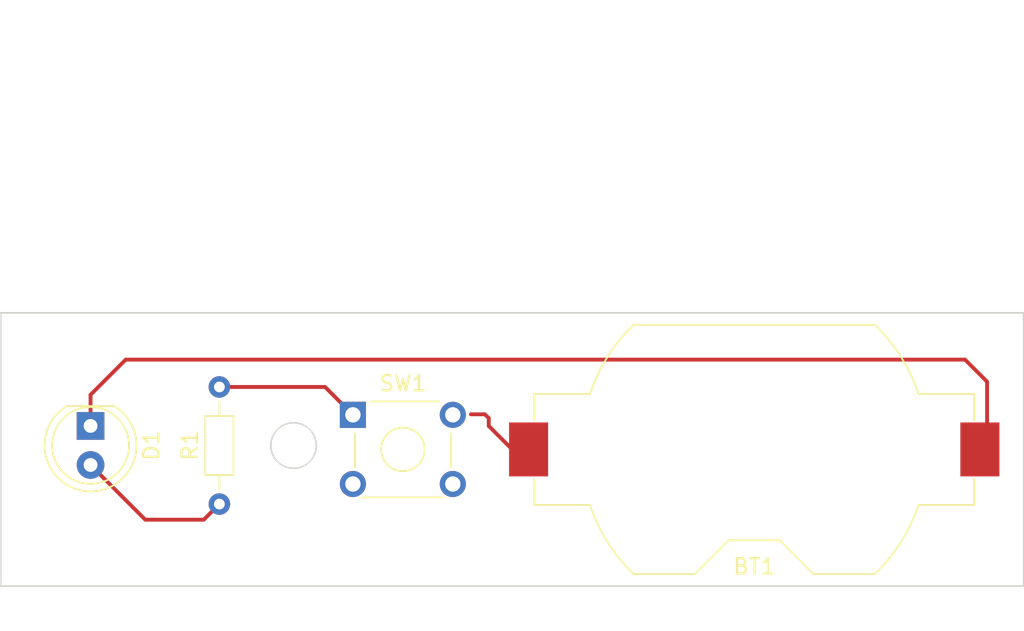
<source format=kicad_pcb>
(kicad_pcb (version 20221018) (generator pcbnew)
  (title_block (title "LED torch") (date "2023-02-25") (rev "0.1"))
  (layers (0 "F.Cu" signal) (31 "B.Cu" signal) (34 "B.Paste" user) (35 "F.Paste" user) (36 "B.SilkS" user "B.Silkscreen") (37 "F.SilkS" user "F.Silkscreen") (38 "B.Mask" user) (39 "F.Mask" user) (44 "Edge.Cuts" user))
  (net 0 "")
  (net 1 "/bat_pos")
  (net 2 "/LED_cathod")
  (net 3 "/LED_anode")
  (net 4 "Net-(SW1A-A)")
  (footprint "Button_Switch_THT:SW_TH_Tactile_Omron_B3F-10xx" (layer "F.Cu") (at 146.356 83.856)
    (fp_text reference "SW1" (at 3.25 -2.05) (layer "F.SilkS"))
    (fp_text value "SW_DPST_x2")
    (fp_line (start 0.13 3.4) (end 0.13 1.2) (stroke (width 0.12)) (layer "F.SilkS"))
    (fp_line (start 0.6 5.37) (end 5.8 5.37) (stroke (width 0.12)) (layer "F.SilkS"))
    (fp_line (start 1.2 -0.87) (end 5.6 -0.87) (stroke (width 0.12)) (layer "F.SilkS"))
    (fp_line (start 6.37 1.2) (end 6.37 3.4) (stroke (width 0.12)) (layer "F.SilkS"))
    (fp_circle (center 3.25 2.25) (end 4.25 3.25) (stroke (width 0.12)) (fill none) (layer "F.SilkS"))
    (pad "1" thru_hole rect (at 0 0) (size 1.7 1.7) (drill 1) (layers "*.Cu" "*.Mask") (net 4 "Net-(SW1A-A)"))
    (pad "1" thru_hole circle (at 6.5 0) (size 1.7 1.7) (drill 1) (layers "*.Cu" "*.Mask") (net 4 "Net-(SW1A-A)"))
    (pad "2" thru_hole circle (at 0 4.5) (size 1.7 1.7) (drill 1) (layers "*.Cu" "*.Mask") (net 1 "/bat_pos"))
    (pad "2" thru_hole circle (at 6.5 4.5) (size 1.7 1.7) (drill 1) (layers "*.Cu" "*.Mask") (net 1 "/bat_pos"))
  )
  (footprint "LED_THT:LED_D5.0mm" (layer "F.Cu") (at 129.286 84.577 -90)
    (fp_text reference "D1" (at 1.27 -3.96 90) (layer "F.SilkS"))
    (fp_text value "LED")
    (fp_line (start -1.29 -1.545) (end -1.29 1.545) (stroke (width 0.12)) (layer "F.SilkS"))
    (fp_arc (start -1.29 -1.54483) (mid 2.072002 -2.880433) (end 4.26 0.000462) (stroke (width 0.12)) (layer "F.SilkS"))
    (fp_arc (start 4.26 -0.000462) (mid 2.072002 2.880433) (end -1.29 1.54483) (stroke (width 0.12)) (layer "F.SilkS"))
    (fp_circle (center 1.27 0) (end 3.77 0) (stroke (width 0.12)) (fill none) (layer "F.SilkS"))
    (pad "1" thru_hole rect (at 0 0 270) (size 1.8 1.8) (drill 0.9) (layers "*.Cu" "*.Mask") (net 2 "/LED_cathod"))
    (pad "2" thru_hole circle (at 2.54 0 270) (size 1.8 1.8) (drill 0.9) (layers "*.Cu" "*.Mask") (net 3 "/LED_anode"))
  )
  (footprint "Battery:BatteryHolder_Keystone_1058_1x2032" (layer "F.Cu") (at 172.466 86.106)
    (fp_text reference "BT1" (at 0 7.62) (layer "F.SilkS"))
    (fp_text value "Battery")
    (fp_line (start -14.31 -3.61) (end -10.692 -3.61) (stroke (width 0.12)) (layer "F.SilkS"))
    (fp_line (start -14.31 -1.9) (end -14.31 -3.61) (stroke (width 0.12)) (layer "F.SilkS"))
    (fp_line (start -14.31 1.9) (end -14.31 3.61) (stroke (width 0.12)) (layer "F.SilkS"))
    (fp_line (start -10.692 3.61) (end -14.31 3.61) (stroke (width 0.12)) (layer "F.SilkS"))
    (fp_line (start -7.8473 -8.11) (end 7.8473 -8.11) (stroke (width 0.12)) (layer "F.SilkS"))
    (fp_line (start -3.86 8.11) (end -7.8473 8.11) (stroke (width 0.12)) (layer "F.SilkS"))
    (fp_line (start -1.66 5.91) (end -3.86 8.11) (stroke (width 0.12)) (layer "F.SilkS"))
    (fp_line (start 1.66 5.91) (end -1.66 5.91) (stroke (width 0.12)) (layer "F.SilkS"))
    (fp_line (start 1.66 5.91) (end 3.86 8.11) (stroke (width 0.12)) (layer "F.SilkS"))
    (fp_line (start 7.8473 8.11) (end 3.86 8.11) (stroke (width 0.12)) (layer "F.SilkS"))
    (fp_line (start 10.692 -3.61) (end 14.31 -3.61) (stroke (width 0.12)) (layer "F.SilkS"))
    (fp_line (start 14.31 -1.9) (end 14.31 -3.61) (stroke (width 0.12)) (layer "F.SilkS"))
    (fp_line (start 14.31 1.9) (end 14.31 3.61) (stroke (width 0.12)) (layer "F.SilkS"))
    (fp_line (start 14.31 3.61) (end 10.692 3.61) (stroke (width 0.12)) (layer "F.SilkS"))
    (fp_arc (start -10.692 -3.61) (mid -9.538084 -6.031244) (end -7.845371 -8.111789) (stroke (width 0.12)) (layer "F.SilkS"))
    (fp_arc (start -7.845371 8.111789) (mid -9.538085 6.031244) (end -10.692 3.61) (stroke (width 0.12)) (layer "F.SilkS"))
    (fp_arc (start 7.845371 -8.111789) (mid 9.538085 -6.031244) (end 10.692 -3.61) (stroke (width 0.12)) (layer "F.SilkS"))
    (fp_arc (start 10.692 3.61) (mid 9.538084 6.031244) (end 7.845371 8.111789) (stroke (width 0.12)) (layer "F.SilkS"))
    (pad "1" smd rect (at -14.68 0) (size 2.54 3.51) (layers "F.Cu" "F.Paste" "F.Mask") (net 1 "/bat_pos"))
    (pad "2" smd rect (at 14.68 0) (size 2.54 3.51) (layers "F.Cu" "F.Paste" "F.Mask") (net 2 "/LED_cathod"))
  )
  (footprint "Resistor_THT:R_Axial_DIN0204_L3.6mm_D1.6mm_P7.62mm_Horizontal" (layer "F.Cu") (at 137.668 89.662 90)
    (fp_text reference "R1" (at 3.81 -1.92 90) (layer "F.SilkS"))
    (fp_text value "R")
    (fp_line (start 0.94 0) (end 1.89 0) (stroke (width 0.12)) (layer "F.SilkS"))
    (fp_line (start 1.89 -0.92) (end 1.89 0.92) (stroke (width 0.12)) (layer "F.SilkS"))
    (fp_line (start 1.89 0.92) (end 5.73 0.92) (stroke (width 0.12)) (layer "F.SilkS"))
    (fp_line (start 5.73 -0.92) (end 1.89 -0.92) (stroke (width 0.12)) (layer "F.SilkS"))
    (fp_line (start 5.73 0.92) (end 5.73 -0.92) (stroke (width 0.12)) (layer "F.SilkS"))
    (fp_line (start 6.68 0) (end 5.73 0) (stroke (width 0.12)) (layer "F.SilkS"))
    (pad "1" thru_hole circle (at 0 0 90) (size 1.4 1.4) (drill 0.7) (layers "*.Cu" "*.Mask") (net 3 "/LED_anode"))
    (pad "2" thru_hole oval (at 7.62 0 90) (size 1.4 1.4) (drill 0.7) (layers "*.Cu" "*.Mask") (net 4 "Net-(SW1A-A)"))
  )
  (gr_line (start 189.992 77.216) (end 189.992 94.996) (stroke (width 0.1)) (layer "Edge.Cuts"))
  (gr_line (start 189.992 77.216) (end 123.444 77.216) (stroke (width 0.1)) (layer "Edge.Cuts"))
  (gr_line (start 189.992 94.996) (end 123.444 94.996) (stroke (width 0.1)) (layer "Edge.Cuts"))
  (gr_circle (center 142.494 85.852) (end 143.764 86.614) (stroke (width 0.1)) (fill none) (layer "Edge.Cuts"))
  (gr_line (start 123.444 94.996) (end 123.444 77.216) (stroke (width 0.1)) (layer "Edge.Cuts"))
  (gr_line (start 189.992 77.216) (end 123.444 77.216) (stroke (width 0.1)) (layer "Edge.Cuts"))
  (gr_line (start 123.444 77.216) (end 189.992 77.216) (stroke (width 0.1)) (layer "Edge.Cuts"))
  (gr_line (start 189.992 77.216) (end 123.444 77.216) (stroke (width 0.1)) (layer "Edge.Cuts"))
  (segment (start 155.194 84.582) (end 155.194 84.074) (width 0.25) (layer "F.Cu") (net 1))
  (segment (start 155.194 84.074) (end 154.94 83.82) (width 0.25) (layer "F.Cu") (net 1))
  (segment (start 156.718 86.106) (end 155.194 84.582) (width 0.25) (layer "F.Cu") (net 1))
  (segment (start 157.786 86.106) (end 156.718 86.106) (width 0.25) (layer "F.Cu") (net 1))
  (segment (start 154.94 83.82) (end 154.031 83.82) (width 0.25) (layer "F.Cu") (net 1))
  (segment (start 187.616 81.698) (end 187.616 86.206) (width 0.25) (layer "F.Cu") (net 2))
  (segment (start 129.286 84.577) (end 129.286 82.55) (width 0.25) (layer "F.Cu") (net 2))
  (segment (start 129.286 82.55) (end 131.572 80.264) (width 0.25) (layer "F.Cu") (net 2))
  (segment (start 131.572 80.264) (end 186.182 80.264) (width 0.25) (layer "F.Cu") (net 2))
  (segment (start 186.182 80.264) (end 187.616 81.698) (width 0.25) (layer "F.Cu") (net 2))
  (segment (start 136.652 90.678) (end 137.668 89.662) (width 0.25) (layer "F.Cu") (net 3))
  (segment (start 129.286 87.117) (end 132.847 90.678) (width 0.25) (layer "F.Cu") (net 3))
  (segment (start 132.847 90.678) (end 136.652 90.678) (width 0.25) (layer "F.Cu") (net 3))
  (segment (start 144.542 82.042) (end 146.356 83.856) (width 0.25) (layer "F.Cu") (net 4))
  (segment (start 137.668 82.042) (end 144.542 82.042) (width 0.25) (layer "F.Cu") (net 4))
)
</source>
